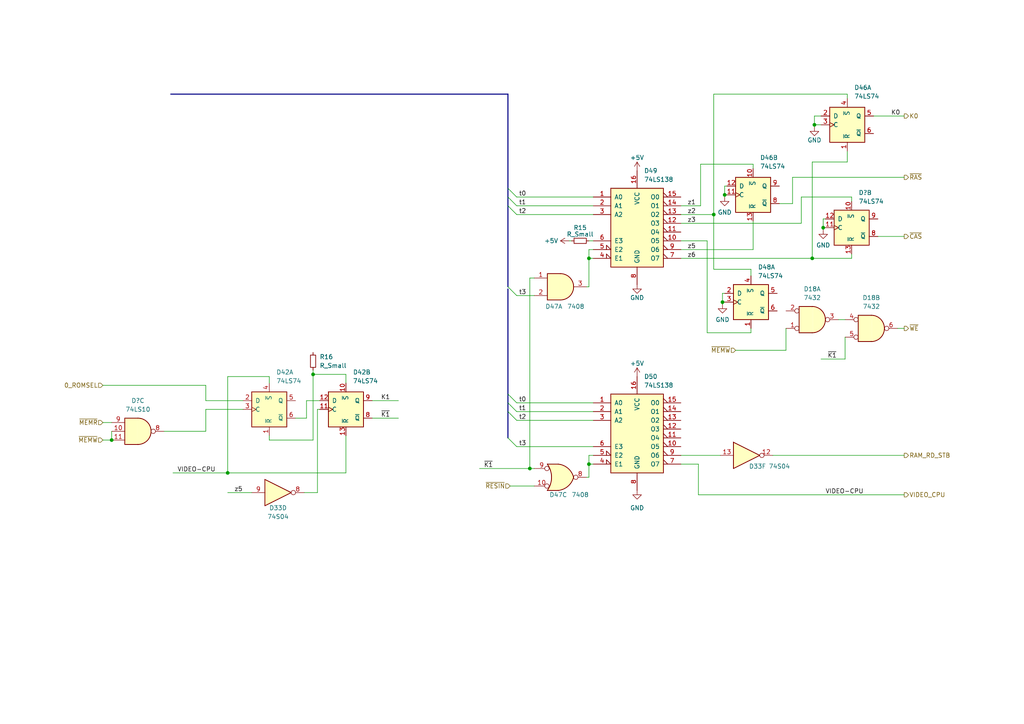
<source format=kicad_sch>
(kicad_sch (version 20211123) (generator eeschema)
  (paper "A4")
  (lib_symbols
    (symbol "74xx:74LS04"
      (property "Reference" "U" (at 0 1.27 0))
      (property "Value" "74LS04" (at 0 -1.27 0))
      (symbol "74LS04_1_0"
        (polyline (pts (xy -3.81 3.81) (xy -3.81 -3.81) (xy 3.81 0) (xy -3.81 3.81)) (stroke (width 0.254)) (fill (type background)))
        (pin input line (at -7.62 0 0) (length 3.81) (name "~") (number "1"))
        (pin output inverted (at 7.62 0 180) (length 3.81) (name "~") (number "2"))
      )
      (symbol "74LS04_2_0"
        (polyline (pts (xy -3.81 3.81) (xy -3.81 -3.81) (xy 3.81 0) (xy -3.81 3.81)) (stroke (width 0.254)) (fill (type background)))
        (pin input line (at -7.62 0 0) (length 3.81) (name "~") (number "3"))
        (pin output inverted (at 7.62 0 180) (length 3.81) (name "~") (number "4"))
      )
      (symbol "74LS04_3_0"
        (polyline (pts (xy -3.81 3.81) (xy -3.81 -3.81) (xy 3.81 0) (xy -3.81 3.81)) (stroke (width 0.254)) (fill (type background)))
        (pin input line (at -7.62 0 0) (length 3.81) (name "~") (number "5"))
        (pin output inverted (at 7.62 0 180) (length 3.81) (name "~") (number "6"))
      )
      (symbol "74LS04_4_0"
        (polyline (pts (xy -3.81 3.81) (xy -3.81 -3.81) (xy 3.81 0) (xy -3.81 3.81)) (stroke (width 0.254)) (fill (type background)))
        (pin output inverted (at 7.62 0 180) (length 3.81) (name "~") (number "8"))
        (pin input line (at -7.62 0 0) (length 3.81) (name "~") (number "9"))
      )
      (symbol "74LS04_5_0"
        (polyline (pts (xy -3.81 3.81) (xy -3.81 -3.81) (xy 3.81 0) (xy -3.81 3.81)) (stroke (width 0.254)) (fill (type background)))
        (pin output inverted (at 7.62 0 180) (length 3.81) (name "~") (number "10"))
        (pin input line (at -7.62 0 0) (length 3.81) (name "~") (number "11"))
      )
      (symbol "74LS04_6_0"
        (polyline (pts (xy -3.81 3.81) (xy -3.81 -3.81) (xy 3.81 0) (xy -3.81 3.81)) (stroke (width 0.254)) (fill (type background)))
        (pin output inverted (at 7.62 0 180) (length 3.81) (name "~") (number "12"))
        (pin input line (at -7.62 0 0) (length 3.81) (name "~") (number "13"))
      )
      (symbol "74LS04_7_0"
        (pin power_in line (at 0 12.7 270) (length 5.08) (name "VCC") (number "14"))
        (pin power_in line (at 0 -12.7 90) (length 5.08) (name "GND") (number "7"))
      )
      (symbol "74LS04_7_1"
        (rectangle (start -5.08 7.62) (end 5.08 -7.62) (stroke (width 0.254)) (fill (type background)))
      )
    )
    (symbol "74xx:74LS08" (pin_names (offset 1.016))
      (property "Reference" "U" (at 0 1.27 0))
      (property "Value" "74LS08" (at 0 -1.27 0))
      (symbol "74LS08_1_1"
        (arc (start 0 -3.81) (mid 3.81 0) (end 0 3.81) (stroke (width 0.254)) (fill (type background)))
        (polyline (pts (xy 0 3.81) (xy -3.81 3.81) (xy -3.81 -3.81) (xy 0 -3.81)) (stroke (width 0.254)) (fill (type background)))
        (pin input line (at -7.62 2.54 0) (length 3.81) (name "~") (number "1"))
        (pin input line (at -7.62 -2.54 0) (length 3.81) (name "~") (number "2"))
        (pin output line (at 7.62 0 180) (length 3.81) (name "~") (number "3"))
      )
      (symbol "74LS08_1_2"
        (arc (start -3.81 -3.81) (mid -2.589 0) (end -3.81 3.81) (stroke (width 0.254)))
        (arc (start -0.6096 -3.81) (mid 2.1842 -2.5851) (end 3.81 0) (stroke (width 0.254)) (fill (type background)))
        (polyline (pts (xy -3.81 -3.81) (xy -0.635 -3.81)) (stroke (width 0.254)) (fill (type background)))
        (polyline (pts (xy -3.81 3.81) (xy -0.635 3.81)) (stroke (width 0.254)) (fill (type background)))
        (polyline (pts (xy -0.635 3.81) (xy -3.81 3.81) (xy -3.81 3.81) (xy -3.556 3.4036) (xy -3.0226 2.2606) (xy -2.6924 1.0414) (xy -2.6162 -0.254) (xy -2.7686 -1.4986) (xy -3.175 -2.7178) (xy -3.81 -3.81) (xy -3.81 -3.81) (xy -0.635 -3.81)) (stroke (width -25.4)) (fill (type background)))
        (arc (start 3.81 0) (mid 2.1915 2.5936) (end -0.6096 3.81) (stroke (width 0.254)) (fill (type background)))
        (pin input inverted (at -7.62 2.54 0) (length 4.318) (name "~") (number "1"))
        (pin input inverted (at -7.62 -2.54 0) (length 4.318) (name "~") (number "2"))
        (pin output inverted (at 7.62 0 180) (length 3.81) (name "~") (number "3"))
      )
      (symbol "74LS08_2_1"
        (arc (start 0 -3.81) (mid 3.81 0) (end 0 3.81) (stroke (width 0.254)) (fill (type background)))
        (polyline (pts (xy 0 3.81) (xy -3.81 3.81) (xy -3.81 -3.81) (xy 0 -3.81)) (stroke (width 0.254)) (fill (type background)))
        (pin input line (at -7.62 2.54 0) (length 3.81) (name "~") (number "4"))
        (pin input line (at -7.62 -2.54 0) (length 3.81) (name "~") (number "5"))
        (pin output line (at 7.62 0 180) (length 3.81) (name "~") (number "6"))
      )
      (symbol "74LS08_2_2"
        (arc (start -3.81 -3.81) (mid -2.589 0) (end -3.81 3.81) (stroke (width 0.254)))
        (arc (start -0.6096 -3.81) (mid 2.1842 -2.5851) (end 3.81 0) (stroke (width 0.254)) (fill (type background)))
        (polyline (pts (xy -3.81 -3.81) (xy -0.635 -3.81)) (stroke (width 0.254)) (fill (type background)))
        (polyline (pts (xy -3.81 3.81) (xy -0.635 3.81)) (stroke (width 0.254)) (fill (type background)))
        (polyline (pts (xy -0.635 3.81) (xy -3.81 3.81) (xy -3.81 3.81) (xy -3.556 3.4036) (xy -3.0226 2.2606) (xy -2.6924 1.0414) (xy -2.6162 -0.254) (xy -2.7686 -1.4986) (xy -3.175 -2.7178) (xy -3.81 -3.81) (xy -3.81 -3.81) (xy -0.635 -3.81)) (stroke (width -25.4)) (fill (type background)))
        (arc (start 3.81 0) (mid 2.1915 2.5936) (end -0.6096 3.81) (stroke (width 0.254)) (fill (type background)))
        (pin input inverted (at -7.62 2.54 0) (length 4.318) (name "~") (number "4"))
        (pin input inverted (at -7.62 -2.54 0) (length 4.318) (name "~") (number "5"))
        (pin output inverted (at 7.62 0 180) (length 3.81) (name "~") (number "6"))
      )
      (symbol "74LS08_3_1"
        (arc (start 0 -3.81) (mid 3.81 0) (end 0 3.81) (stroke (width 0.254)) (fill (type background)))
        (polyline (pts (xy 0 3.81) (xy -3.81 3.81) (xy -3.81 -3.81) (xy 0 -3.81)) (stroke (width 0.254)) (fill (type background)))
        (pin input line (at -7.62 -2.54 0) (length 3.81) (name "~") (number "10"))
        (pin output line (at 7.62 0 180) (length 3.81) (name "~") (number "8"))
        (pin input line (at -7.62 2.54 0) (length 3.81) (name "~") (number "9"))
      )
      (symbol "74LS08_3_2"
        (arc (start -3.81 -3.81) (mid -2.589 0) (end -3.81 3.81) (stroke (width 0.254)))
        (arc (start -0.6096 -3.81) (mid 2.1842 -2.5851) (end 3.81 0) (stroke (width 0.254)) (fill (type background)))
        (polyline (pts (xy -3.81 -3.81) (xy -0.635 -3.81)) (stroke (width 0.254)) (fill (type background)))
        (polyline (pts (xy -3.81 3.81) (xy -0.635 3.81)) (stroke (width 0.254)) (fill (type background)))
        (polyline (pts (xy -0.635 3.81) (xy -3.81 3.81) (xy -3.81 3.81) (xy -3.556 3.4036) (xy -3.0226 2.2606) (xy -2.6924 1.0414) (xy -2.6162 -0.254) (xy -2.7686 -1.4986) (xy -3.175 -2.7178) (xy -3.81 -3.81) (xy -3.81 -3.81) (xy -0.635 -3.81)) (stroke (width -25.4)) (fill (type background)))
        (arc (start 3.81 0) (mid 2.1915 2.5936) (end -0.6096 3.81) (stroke (width 0.254)) (fill (type background)))
        (pin input inverted (at -7.62 -2.54 0) (length 4.318) (name "~") (number "10"))
        (pin output inverted (at 7.62 0 180) (length 3.81) (name "~") (number "8"))
        (pin input inverted (at -7.62 2.54 0) (length 4.318) (name "~") (number "9"))
      )
      (symbol "74LS08_4_1"
        (arc (start 0 -3.81) (mid 3.81 0) (end 0 3.81) (stroke (width 0.254)) (fill (type background)))
        (polyline (pts (xy 0 3.81) (xy -3.81 3.81) (xy -3.81 -3.81) (xy 0 -3.81)) (stroke (width 0.254)) (fill (type background)))
        (pin output line (at 7.62 0 180) (length 3.81) (name "~") (number "11"))
        (pin input line (at -7.62 2.54 0) (length 3.81) (name "~") (number "12"))
        (pin input line (at -7.62 -2.54 0) (length 3.81) (name "~") (number "13"))
      )
      (symbol "74LS08_4_2"
        (arc (start -3.81 -3.81) (mid -2.589 0) (end -3.81 3.81) (stroke (width 0.254)))
        (arc (start -0.6096 -3.81) (mid 2.1842 -2.5851) (end 3.81 0) (stroke (width 0.254)) (fill (type background)))
        (polyline (pts (xy -3.81 -3.81) (xy -0.635 -3.81)) (stroke (width 0.254)) (fill (type background)))
        (polyline (pts (xy -3.81 3.81) (xy -0.635 3.81)) (stroke (width 0.254)) (fill (type background)))
        (polyline (pts (xy -0.635 3.81) (xy -3.81 3.81) (xy -3.81 3.81) (xy -3.556 3.4036) (xy -3.0226 2.2606) (xy -2.6924 1.0414) (xy -2.6162 -0.254) (xy -2.7686 -1.4986) (xy -3.175 -2.7178) (xy -3.81 -3.81) (xy -3.81 -3.81) (xy -0.635 -3.81)) (stroke (width -25.4)) (fill (type background)))
        (arc (start 3.81 0) (mid 2.1915 2.5936) (end -0.6096 3.81) (stroke (width 0.254)) (fill (type background)))
        (pin output inverted (at 7.62 0 180) (length 3.81) (name "~") (number "11"))
        (pin input inverted (at -7.62 2.54 0) (length 4.318) (name "~") (number "12"))
        (pin input inverted (at -7.62 -2.54 0) (length 4.318) (name "~") (number "13"))
      )
      (symbol "74LS08_5_0"
        (pin power_in line (at 0 12.7 270) (length 5.08) (name "VCC") (number "14"))
        (pin power_in line (at 0 -12.7 90) (length 5.08) (name "GND") (number "7"))
      )
      (symbol "74LS08_5_1"
        (rectangle (start -5.08 7.62) (end 5.08 -7.62) (stroke (width 0.254)) (fill (type background)))
      )
    )
    (symbol "74xx:74LS10" (pin_names (offset 1.016))
      (property "Reference" "U" (at 0 1.27 0))
      (property "Value" "74LS10" (at 0 -1.27 0))
      (symbol "74LS10_1_1"
        (arc (start 0 -3.81) (mid 3.81 0) (end 0 3.81) (stroke (width 0.254)) (fill (type background)))
        (polyline (pts (xy 0 3.81) (xy -3.81 3.81) (xy -3.81 -3.81) (xy 0 -3.81)) (stroke (width 0.254)) (fill (type background)))
        (pin input line (at -7.62 2.54 0) (length 3.81) (name "~") (number "1"))
        (pin output inverted (at 7.62 0 180) (length 3.81) (name "~") (number "12"))
        (pin input line (at -7.62 -2.54 0) (length 3.81) (name "~") (number "13"))
        (pin input line (at -7.62 0 0) (length 3.81) (name "~") (number "2"))
      )
      (symbol "74LS10_1_2"
        (arc (start -3.81 -3.81) (mid -2.589 0) (end -3.81 3.81) (stroke (width 0.254)))
        (arc (start -0.6096 -3.81) (mid 2.1842 -2.5851) (end 3.81 0) (stroke (width 0.254)) (fill (type background)))
        (polyline (pts (xy -3.81 -3.81) (xy -0.635 -3.81)) (stroke (width 0.254)) (fill (type background)))
        (polyline (pts (xy -3.81 3.81) (xy -0.635 3.81)) (stroke (width 0.254)) (fill (type background)))
        (polyline (pts (xy -0.635 3.81) (xy -3.81 3.81) (xy -3.81 3.81) (xy -3.556 3.4036) (xy -3.0226 2.2606) (xy -2.6924 1.0414) (xy -2.6162 -0.254) (xy -2.7686 -1.4986) (xy -3.175 -2.7178) (xy -3.81 -3.81) (xy -3.81 -3.81) (xy -0.635 -3.81)) (stroke (width -25.4)) (fill (type background)))
        (arc (start 3.81 0) (mid 2.1915 2.5936) (end -0.6096 3.81) (stroke (width 0.254)) (fill (type background)))
        (pin input inverted (at -7.62 2.54 0) (length 4.318) (name "~") (number "1"))
        (pin output line (at 7.62 0 180) (length 3.81) (name "~") (number "12"))
        (pin input inverted (at -7.62 -2.54 0) (length 4.318) (name "~") (number "13"))
        (pin input inverted (at -7.62 0 0) (length 4.953) (name "~") (number "2"))
      )
      (symbol "74LS10_2_1"
        (arc (start 0 -3.81) (mid 3.81 0) (end 0 3.81) (stroke (width 0.254)) (fill (type background)))
        (polyline (pts (xy 0 3.81) (xy -3.81 3.81) (xy -3.81 -3.81) (xy 0 -3.81)) (stroke (width 0.254)) (fill (type background)))
        (pin input line (at -7.62 2.54 0) (length 3.81) (name "~") (number "3"))
        (pin input line (at -7.62 0 0) (length 3.81) (name "~") (number "4"))
        (pin input line (at -7.62 -2.54 0) (length 3.81) (name "~") (number "5"))
        (pin output inverted (at 7.62 0 180) (length 3.81) (name "~") (number "6"))
      )
      (symbol "74LS10_2_2"
        (arc (start -3.81 -3.81) (mid -2.589 0) (end -3.81 3.81) (stroke (width 0.254)))
        (arc (start -0.6096 -3.81) (mid 2.1842 -2.5851) (end 3.81 0) (stroke (width 0.254)) (fill (type background)))
        (polyline (pts (xy -3.81 -3.81) (xy -0.635 -3.81)) (stroke (width 0.254)) (fill (type background)))
        (polyline (pts (xy -3.81 3.81) (xy -0.635 3.81)) (stroke (width 0.254)) (fill (type background)))
        (polyline (pts (xy -0.635 3.81) (xy -3.81 3.81) (xy -3.81 3.81) (xy -3.556 3.4036) (xy -3.0226 2.2606) (xy -2.6924 1.0414) (xy -2.6162 -0.254) (xy -2.7686 -1.4986) (xy -3.175 -2.7178) (xy -3.81 -3.81) (xy -3.81 -3.81) (xy -0.635 -3.81)) (stroke (width -25.4)) (fill (type background)))
        (arc (start 3.81 0) (mid 2.1915 2.5936) (end -0.6096 3.81) (stroke (width 0.254)) (fill (type background)))
        (pin input inverted (at -7.62 2.54 0) (length 4.318) (name "~") (number "3"))
        (pin input inverted (at -7.62 0 0) (length 4.953) (name "~") (number "4"))
        (pin input inverted (at -7.62 -2.54 0) (length 4.318) (name "~") (number "5"))
        (pin output line (at 7.62 0 180) (length 3.81) (name "~") (number "6"))
      )
      (symbol "74LS10_3_1"
        (arc (start 0 -3.81) (mid 3.81 0) (end 0 3.81) (stroke (width 0.254)) (fill (type background)))
        (polyline (pts (xy 0 3.81) (xy -3.81 3.81) (xy -3.81 -3.81) (xy 0 -3.81)) (stroke (width 0.254)) (fill (type background)))
        (pin input line (at -7.62 0 0) (length 3.81) (name "~") (number "10"))
        (pin input line (at -7.62 -2.54 0) (length 3.81) (name "~") (number "11"))
        (pin output inverted (at 7.62 0 180) (length 3.81) (name "~") (number "8"))
        (pin input line (at -7.62 2.54 0) (length 3.81) (name "~") (number "9"))
      )
      (symbol "74LS10_3_2"
        (arc (start -3.81 -3.81) (mid -2.589 0) (end -3.81 3.81) (stroke (width 0.254)))
        (arc (start -0.6096 -3.81) (mid 2.1842 -2.5851) (end 3.81 0) (stroke (width 0.254)) (fill (type background)))
        (polyline (pts (xy -3.81 -3.81) (xy -0.635 -3.81)) (stroke (width 0.254)) (fill (type background)))
        (polyline (pts (xy -3.81 3.81) (xy -0.635 3.81)) (stroke (width 0.254)) (fill (type background)))
        (polyline (pts (xy -0.635 3.81) (xy -3.81 3.81) (xy -3.81 3.81) (xy -3.556 3.4036) (xy -3.0226 2.2606) (xy -2.6924 1.0414) (xy -2.6162 -0.254) (xy -2.7686 -1.4986) (xy -3.175 -2.7178) (xy -3.81 -3.81) (xy -3.81 -3.81) (xy -0.635 -3.81)) (stroke (width -25.4)) (fill (type background)))
        (arc (start 3.81 0) (mid 2.1915 2.5936) (end -0.6096 3.81) (stroke (width 0.254)) (fill (type background)))
        (pin input inverted (at -7.62 0 0) (length 4.953) (name "~") (number "10"))
        (pin input inverted (at -7.62 -2.54 0) (length 4.318) (name "~") (number "11"))
        (pin output line (at 7.62 0 180) (length 3.81) (name "~") (number "8"))
        (pin input inverted (at -7.62 2.54 0) (length 4.318) (name "~") (number "9"))
      )
      (symbol "74LS10_4_0"
        (pin power_in line (at 0 12.7 270) (length 5.08) (name "VCC") (number "14"))
        (pin power_in line (at 0 -12.7 90) (length 5.08) (name "GND") (number "7"))
      )
      (symbol "74LS10_4_1"
        (rectangle (start -5.08 7.62) (end 5.08 -7.62) (stroke (width 0.254)) (fill (type background)))
      )
    )
    (symbol "74xx:74LS138" (pin_names (offset 1.016))
      (property "Reference" "U" (at -7.62 11.43 0))
      (property "Value" "74LS138" (at -7.62 -13.97 0))
      (symbol "74LS138_1_0"
        (pin input line (at -12.7 7.62 0) (length 5.08) (name "A0") (number "1"))
        (pin output output_low (at 12.7 -5.08 180) (length 5.08) (name "O5") (number "10"))
        (pin output output_low (at 12.7 -2.54 180) (length 5.08) (name "O4") (number "11"))
        (pin output output_low (at 12.7 0 180) (length 5.08) (name "O3") (number "12"))
        (pin output output_low (at 12.7 2.54 180) (length 5.08) (name "O2") (number "13"))
        (pin output output_low (at 12.7 5.08 180) (length 5.08) (name "O1") (number "14"))
        (pin output output_low (at 12.7 7.62 180) (length 5.08) (name "O0") (number "15"))
        (pin power_in line (at 0 15.24 270) (length 5.08) (name "VCC") (number "16"))
        (pin input line (at -12.7 5.08 0) (length 5.08) (name "A1") (number "2"))
        (pin input line (at -12.7 2.54 0) (length 5.08) (name "A2") (number "3"))
        (pin input input_low (at -12.7 -10.16 0) (length 5.08) (name "E1") (number "4"))
        (pin input input_low (at -12.7 -7.62 0) (length 5.08) (name "E2") (number "5"))
        (pin input line (at -12.7 -5.08 0) (length 5.08) (name "E3") (number "6"))
        (pin output output_low (at 12.7 -10.16 180) (length 5.08) (name "O7") (number "7"))
        (pin power_in line (at 0 -17.78 90) (length 5.08) (name "GND") (number "8"))
        (pin output output_low (at 12.7 -7.62 180) (length 5.08) (name "O6") (number "9"))
      )
      (symbol "74LS138_1_1"
        (rectangle (start -7.62 10.16) (end 7.62 -12.7) (stroke (width 0.254)) (fill (type background)))
      )
    )
    (symbol "74xx:74LS32" (pin_names (offset 1.016))
      (property "Reference" "U" (at 0 1.27 0))
      (property "Value" "74LS32" (at 0 -1.27 0))
      (symbol "74LS32_1_1"
        (arc (start -3.81 -3.81) (mid -2.589 0) (end -3.81 3.81) (stroke (width 0.254)))
        (arc (start -0.6096 -3.81) (mid 2.1842 -2.5851) (end 3.81 0) (stroke (width 0.254)) (fill (type background)))
        (polyline (pts (xy -3.81 -3.81) (xy -0.635 -3.81)) (stroke (width 0.254)) (fill (type background)))
        (polyline (pts (xy -3.81 3.81) (xy -0.635 3.81)) (stroke (width 0.254)) (fill (type background)))
        (polyline (pts (xy -0.635 3.81) (xy -3.81 3.81) (xy -3.81 3.81) (xy -3.556 3.4036) (xy -3.0226 2.2606) (xy -2.6924 1.0414) (xy -2.6162 -0.254) (xy -2.7686 -1.4986) (xy -3.175 -2.7178) (xy -3.81 -3.81) (xy -3.81 -3.81) (xy -0.635 -3.81)) (stroke (width -25.4)) (fill (type background)))
        (arc (start 3.81 0) (mid 2.1915 2.5936) (end -0.6096 3.81) (stroke (width 0.254)) (fill (type background)))
        (pin input line (at -7.62 2.54 0) (length 4.318) (name "~") (number "1"))
        (pin input line (at -7.62 -2.54 0) (length 4.318) (name "~") (number "2"))
        (pin output line (at 7.62 0 180) (length 3.81) (name "~") (number "3"))
      )
      (symbol "74LS32_1_2"
        (arc (start 0 -3.81) (mid 3.81 0) (end 0 3.81) (stroke (width 0.254)) (fill (type background)))
        (polyline (pts (xy 0 3.81) (xy -3.81 3.81) (xy -3.81 -3.81) (xy 0 -3.81)) (stroke (width 0.254)) (fill (type background)))
        (pin input inverted (at -7.62 2.54 0) (length 3.81) (name "~") (number "1"))
        (pin input inverted (at -7.62 -2.54 0) (length 3.81) (name "~") (number "2"))
        (pin output inverted (at 7.62 0 180) (length 3.81) (name "~") (number "3"))
      )
      (symbol "74LS32_2_1"
        (arc (start -3.81 -3.81) (mid -2.589 0) (end -3.81 3.81) (stroke (width 0.254)))
        (arc (start -0.6096 -3.81) (mid 2.1842 -2.5851) (end 3.81 0) (stroke (width 0.254)) (fill (type background)))
        (polyline (pts (xy -3.81 -3.81) (xy -0.635 -3.81)) (stroke (width 0.254)) (fill (type background)))
        (polyline (pts (xy -3.81 3.81) (xy -0.635 3.81)) (stroke (width 0.254)) (fill (type background)))
        (polyline (pts (xy -0.635 3.81) (xy -3.81 3.81) (xy -3.81 3.81) (xy -3.556 3.4036) (xy -3.0226 2.2606) (xy -2.6924 1.0414) (xy -2.6162 -0.254) (xy -2.7686 -1.4986) (xy -3.175 -2.7178) (xy -3.81 -3.81) (xy -3.81 -3.81) (xy -0.635 -3.81)) (stroke (width -25.4)) (fill (type background)))
        (arc (start 3.81 0) (mid 2.1915 2.5936) (end -0.6096 3.81) (stroke (width 0.254)) (fill (type background)))
        (pin input line (at -7.62 2.54 0) (length 4.318) (name "~") (number "4"))
        (pin input line (at -7.62 -2.54 0) (length 4.318) (name "~") (number "5"))
        (pin output line (at 7.62 0 180) (length 3.81) (name "~") (number "6"))
      )
      (symbol "74LS32_2_2"
        (arc (start 0 -3.81) (mid 3.81 0) (end 0 3.81) (stroke (width 0.254)) (fill (type background)))
        (polyline (pts (xy 0 3.81) (xy -3.81 3.81) (xy -3.81 -3.81) (xy 0 -3.81)) (stroke (width 0.254)) (fill (type background)))
        (pin input inverted (at -7.62 2.54 0) (length 3.81) (name "~") (number "4"))
        (pin input inverted (at -7.62 -2.54 0) (length 3.81) (name "~") (number "5"))
        (pin output inverted (at 7.62 0 180) (length 3.81) (name "~") (number "6"))
      )
      (symbol "74LS32_3_1"
        (arc (start -3.81 -3.81) (mid -2.589 0) (end -3.81 3.81) (stroke (width 0.254)))
        (arc (start -0.6096 -3.81) (mid 2.1842 -2.5851) (end 3.81 0) (stroke (width 0.254)) (fill (type background)))
        (polyline (pts (xy -3.81 -3.81) (xy -0.635 -3.81)) (stroke (width 0.254)) (fill (type background)))
        (polyline (pts (xy -3.81 3.81) (xy -0.635 3.81)) (stroke (width 0.254)) (fill (type background)))
        (polyline (pts (xy -0.635 3.81) (xy -3.81 3.81) (xy -3.81 3.81) (xy -3.556 3.4036) (xy -3.0226 2.2606) (xy -2.6924 1.0414) (xy -2.6162 -0.254) (xy -2.7686 -1.4986) (xy -3.175 -2.7178) (xy -3.81 -3.81) (xy -3.81 -3.81) (xy -0.635 -3.81)) (stroke (width -25.4)) (fill (type background)))
        (arc (start 3.81 0) (mid 2.1915 2.5936) (end -0.6096 3.81) (stroke (width 0.254)) (fill (type background)))
        (pin input line (at -7.62 -2.54 0) (length 4.318) (name "~") (number "10"))
        (pin output line (at 7.62 0 180) (length 3.81) (name "~") (number "8"))
        (pin input line (at -7.62 2.54 0) (length 4.318) (name "~") (number "9"))
      )
      (symbol "74LS32_3_2"
        (arc (start 0 -3.81) (mid 3.81 0) (end 0 3.81) (stroke (width 0.254)) (fill (type background)))
        (polyline (pts (xy 0 3.81) (xy -3.81 3.81) (xy -3.81 -3.81) (xy 0 -3.81)) (stroke (width 0.254)) (fill (type background)))
        (pin input inverted (at -7.62 -2.54 0) (length 3.81) (name "~") (number "10"))
        (pin output inverted (at 7.62 0 180) (length 3.81) (name "~") (number "8"))
        (pin input inverted (at -7.62 2.54 0) (length 3.81) (name "~") (number "9"))
      )
      (symbol "74LS32_4_1"
        (arc (start -3.81 -3.81) (mid -2.589 0) (end -3.81 3.81) (stroke (width 0.254)))
        (arc (start -0.6096 -3.81) (mid 2.1842 -2.5851) (end 3.81 0) (stroke (width 0.254)) (fill (type background)))
        (polyline (pts (xy -3.81 -3.81) (xy -0.635 -3.81)) (stroke (width 0.254)) (fill (type background)))
        (polyline (pts (xy -3.81 3.81) (xy -0.635 3.81)) (stroke (width 0.254)) (fill (type background)))
        (polyline (pts (xy -0.635 3.81) (xy -3.81 3.81) (xy -3.81 3.81) (xy -3.556 3.4036) (xy -3.0226 2.2606) (xy -2.6924 1.0414) (xy -2.6162 -0.254) (xy -2.7686 -1.4986) (xy -3.175 -2.7178) (xy -3.81 -3.81) (xy -3.81 -3.81) (xy -0.635 -3.81)) (stroke (width -25.4)) (fill (type background)))
        (arc (start 3.81 0) (mid 2.1915 2.5936) (end -0.6096 3.81) (stroke (width 0.254)) (fill (type background)))
        (pin output line (at 7.62 0 180) (length 3.81) (name "~") (number "11"))
        (pin input line (at -7.62 2.54 0) (length 4.318) (name "~") (number "12"))
        (pin input line (at -7.62 -2.54 0) (length 4.318) (name "~") (number "13"))
      )
      (symbol "74LS32_4_2"
        (arc (start 0 -3.81) (mid 3.81 0) (end 0 3.81) (stroke (width 0.254)) (fill (type background)))
        (polyline (pts (xy 0 3.81) (xy -3.81 3.81) (xy -3.81 -3.81) (xy 0 -3.81)) (stroke (width 0.254)) (fill (type background)))
        (pin output inverted (at 7.62 0 180) (length 3.81) (name "~") (number "11"))
        (pin input inverted (at -7.62 2.54 0) (length 3.81) (name "~") (number "12"))
        (pin input inverted (at -7.62 -2.54 0) (length 3.81) (name "~") (number "13"))
      )
      (symbol "74LS32_5_0"
        (pin power_in line (at 0 12.7 270) (length 5.08) (name "VCC") (number "14"))
        (pin power_in line (at 0 -12.7 90) (length 5.08) (name "GND") (number "7"))
      )
      (symbol "74LS32_5_1"
        (rectangle (start -5.08 7.62) (end 5.08 -7.62) (stroke (width 0.254)) (fill (type background)))
      )
    )
    (symbol "74xx:74LS74" (pin_names (offset 1.016))
      (property "Reference" "U" (at -7.62 8.89 0))
      (property "Value" "74LS74" (at -7.62 -8.89 0))
      (symbol "74LS74_1_0"
        (pin input line (at 0 -7.62 90) (length 2.54) (name "~{R}") (number "1"))
        (pin input line (at -7.62 2.54 0) (length 2.54) (name "D") (number "2"))
        (pin input clock (at -7.62 0 0) (length 2.54) (name "C") (number "3"))
        (pin input line (at 0 7.62 270) (length 2.54) (name "~{S}") (number "4"))
        (pin output line (at 7.62 2.54 180) (length 2.54) (name "Q") (number "5"))
        (pin output line (at 7.62 -2.54 180) (length 2.54) (name "~{Q}") (number "6"))
      )
      (symbol "74LS74_1_1"
        (rectangle (start -5.08 5.08) (end 5.08 -5.08) (stroke (width 0.254)) (fill (type background)))
      )
      (symbol "74LS74_2_0"
        (pin input line (at 0 7.62 270) (length 2.54) (name "~{S}") (number "10"))
        (pin input clock (at -7.62 0 0) (length 2.54) (name "C") (number "11"))
        (pin input line (at -7.62 2.54 0) (length 2.54) (name "D") (number "12"))
        (pin input line (at 0 -7.62 90) (length 2.54) (name "~{R}") (number "13"))
        (pin output line (at 7.62 -2.54 180) (length 2.54) (name "~{Q}") (number "8"))
        (pin output line (at 7.62 2.54 180) (length 2.54) (name "Q") (number "9"))
      )
      (symbol "74LS74_2_1"
        (rectangle (start -5.08 5.08) (end 5.08 -5.08) (stroke (width 0.254)) (fill (type background)))
      )
      (symbol "74LS74_3_0"
        (pin power_in line (at 0 10.16 270) (length 2.54) (name "VCC") (number "14"))
        (pin power_in line (at 0 -10.16 90) (length 2.54) (name "GND") (number "7"))
      )
      (symbol "74LS74_3_1"
        (rectangle (start -5.08 7.62) (end 5.08 -7.62) (stroke (width 0.254)) (fill (type background)))
      )
    )
    (symbol "Device:R_Small" (pin_numbers hide) (pin_names (offset 0.254) hide)
      (property "Reference" "R" (at 0.762 0.508 0))
      (property "Value" "R_Small" (at 0.762 -1.016 0))
      (symbol "R_Small_0_1"
        (rectangle (start -0.762 1.778) (end 0.762 -1.778) (stroke (width 0.2032)))
      )
      (symbol "R_Small_1_1"
        (pin passive line (at 0 2.54 270) (length 0.762) (name "~") (number "1"))
        (pin passive line (at 0 -2.54 90) (length 0.762) (name "~") (number "2"))
      )
    )
    (symbol "power:+5V" (power) (pin_names (offset 0))
      (property "Value" "+5V" (at 0 3.556 0))
      (symbol "+5V_0_1"
        (polyline (pts (xy -0.762 1.27) (xy 0 2.54)))
        (polyline (pts (xy 0 0) (xy 0 2.54)))
        (polyline (pts (xy 0 2.54) (xy 0.762 1.27)))
      )
      (symbol "+5V_1_1"
        (pin power_in line (at 0 0 90) (length 0) hide (name "+5V") (number "1"))
      )
    )
    (symbol "power:GND" (power) (pin_names (offset 0))
      (property "Value" "GND" (at 0 -3.81 0))
      (symbol "GND_0_1"
        (polyline (pts (xy 0 0) (xy 0 -1.27) (xy 1.27 -1.27) (xy 0 -2.54) (xy -1.27 -1.27) (xy 0 -1.27)))
      )
      (symbol "GND_1_1"
        (pin power_in line (at 0 0 270) (length 0) hide (name "GND") (number "1"))
      )
    )
  )
  (junction (at 170.815 74.93))
  (junction (at 153.67 135.89))
  (junction (at 170.815 134.62))
  (junction (at 210.185 56.515))
  (junction (at 236.22 36.195))
  (junction (at 238.76 66.04))
  (junction (at 32.385 127.635))
  (junction (at 235.585 74.93))
  (junction (at 90.805 108.585))
  (junction (at 209.55 87.63))
  (junction (at 207.01 62.23))
  (junction (at 66.04 137.16))
  (bus_entry (at 147.32 127) (size 2.54 2.54))
  (bus_entry (at 147.32 83.185) (size 2.54 2.54))
  (bus_entry (at 147.32 57.15) (size 2.54 2.54))
  (bus_entry (at 147.32 114.3) (size 2.54 2.54))
  (bus_entry (at 147.32 119.38) (size 2.54 2.54))
  (bus_entry (at 147.32 116.84) (size 2.54 2.54))
  (bus_entry (at 147.32 59.69) (size 2.54 2.54))
  (bus_entry (at 147.32 54.61) (size 2.54 2.54))
  (wire (pts (xy 170.815 134.62) (xy 172.085 134.62)))
  (wire (pts (xy 153.67 80.645) (xy 153.67 135.89)))
  (wire (pts (xy 92.075 118.745) (xy 92.71 118.745)))
  (wire (pts (xy 170.815 83.185) (xy 170.18 83.185)))
  (wire (pts (xy 202.565 143.51) (xy 202.565 134.62)))
  (wire (pts (xy 149.86 119.38) (xy 172.085 119.38)))
  (wire (pts (xy 236.22 36.195) (xy 236.22 33.655)))
  (wire (pts (xy 197.485 64.77) (xy 232.41 64.77)))
  (wire (pts (xy 197.485 132.08) (xy 208.915 132.08)))
  (wire (pts (xy 149.86 121.92) (xy 172.085 121.92)))
  (wire (pts (xy 224.155 132.08) (xy 262.255 132.08)))
  (wire (pts (xy 170.815 134.62) (xy 170.815 138.43)))
  (wire (pts (xy 232.41 64.77) (xy 232.41 57.15)))
  (wire (pts (xy 66.04 109.22) (xy 66.04 137.16)))
  (wire (pts (xy 210.185 56.515) (xy 210.185 57.15)))
  (wire (pts (xy 218.44 72.39) (xy 218.44 64.135)))
  (bus (pts (xy 147.32 54.61) (xy 147.32 27.305)))
  (wire (pts (xy 238.76 63.5) (xy 238.76 66.04)))
  (wire (pts (xy 90.805 108.585) (xy 90.805 127.635)))
  (wire (pts (xy 254.635 68.58) (xy 262.255 68.58)))
  (wire (pts (xy 243.205 92.71) (xy 245.11 92.71)))
  (bus (pts (xy 147.32 116.84) (xy 147.32 119.38)))
  (wire (pts (xy 238.125 104.14) (xy 245.11 104.14)))
  (wire (pts (xy 100.33 126.365) (xy 100.33 137.16)))
  (wire (pts (xy 210.185 56.515) (xy 210.82 56.515)))
  (wire (pts (xy 203.2 59.69) (xy 203.2 47.625)))
  (bus (pts (xy 147.32 59.69) (xy 147.32 57.15)))
  (wire (pts (xy 170.815 74.93) (xy 170.815 83.185)))
  (wire (pts (xy 235.585 74.93) (xy 235.585 46.99)))
  (wire (pts (xy 236.22 33.655) (xy 238.125 33.655)))
  (bus (pts (xy 147.32 119.38) (xy 147.32 127)))
  (wire (pts (xy 207.01 78.105) (xy 217.805 78.105)))
  (wire (pts (xy 207.01 62.23) (xy 207.01 27.305)))
  (wire (pts (xy 217.805 96.52) (xy 217.805 95.25)))
  (wire (pts (xy 90.805 127.635) (xy 78.105 127.635)))
  (wire (pts (xy 209.55 87.63) (xy 209.55 88.265)))
  (wire (pts (xy 170.815 132.08) (xy 170.815 134.62)))
  (wire (pts (xy 247.015 57.15) (xy 247.015 58.42)))
  (wire (pts (xy 92.075 142.875) (xy 92.075 118.745)))
  (wire (pts (xy 153.67 135.89) (xy 154.94 135.89)))
  (wire (pts (xy 29.845 122.555) (xy 32.385 122.555)))
  (wire (pts (xy 235.585 46.99) (xy 245.745 46.99)))
  (wire (pts (xy 90.805 108.585) (xy 90.805 107.315)))
  (wire (pts (xy 202.565 143.51) (xy 262.255 143.51)))
  (wire (pts (xy 149.86 62.23) (xy 172.085 62.23)))
  (wire (pts (xy 238.125 36.195) (xy 236.22 36.195)))
  (wire (pts (xy 236.22 36.195) (xy 236.22 36.83)))
  (wire (pts (xy 197.485 62.23) (xy 207.01 62.23)))
  (wire (pts (xy 205.105 69.85) (xy 205.105 96.52)))
  (wire (pts (xy 210.82 53.975) (xy 210.185 53.975)))
  (wire (pts (xy 213.36 101.6) (xy 227.965 101.6)))
  (wire (pts (xy 66.04 142.875) (xy 73.025 142.875)))
  (wire (pts (xy 107.95 121.285) (xy 115.57 121.285)))
  (wire (pts (xy 217.805 78.105) (xy 217.805 80.01)))
  (wire (pts (xy 88.9 116.205) (xy 92.71 116.205)))
  (wire (pts (xy 29.845 127.635) (xy 32.385 127.635)))
  (wire (pts (xy 59.69 118.745) (xy 70.485 118.745)))
  (wire (pts (xy 210.185 53.975) (xy 210.185 56.515)))
  (bus (pts (xy 147.32 57.15) (xy 147.32 54.61)))
  (wire (pts (xy 59.69 111.76) (xy 29.845 111.76)))
  (wire (pts (xy 78.105 127.635) (xy 78.105 126.365)))
  (wire (pts (xy 247.015 74.93) (xy 247.015 73.66)))
  (wire (pts (xy 207.01 62.23) (xy 207.01 78.105)))
  (wire (pts (xy 59.69 125.095) (xy 59.69 118.745)))
  (wire (pts (xy 170.815 69.85) (xy 172.085 69.85)))
  (wire (pts (xy 170.815 72.39) (xy 170.815 74.93)))
  (wire (pts (xy 229.87 59.055) (xy 229.87 51.435)))
  (wire (pts (xy 149.86 116.84) (xy 172.085 116.84)))
  (wire (pts (xy 100.33 111.125) (xy 100.33 108.585)))
  (wire (pts (xy 88.265 142.875) (xy 92.075 142.875)))
  (wire (pts (xy 226.06 59.055) (xy 229.87 59.055)))
  (wire (pts (xy 207.01 27.305) (xy 245.745 27.305)))
  (wire (pts (xy 149.86 59.69) (xy 172.085 59.69)))
  (wire (pts (xy 149.86 129.54) (xy 172.085 129.54)))
  (wire (pts (xy 205.105 96.52) (xy 217.805 96.52)))
  (wire (pts (xy 245.745 27.305) (xy 245.745 28.575)))
  (bus (pts (xy 147.32 83.185) (xy 147.32 59.69)))
  (bus (pts (xy 147.32 114.3) (xy 147.32 116.84)))
  (wire (pts (xy 209.55 85.09) (xy 209.55 87.63)))
  (wire (pts (xy 66.04 137.16) (xy 100.33 137.16)))
  (wire (pts (xy 227.965 95.25) (xy 227.965 101.6)))
  (wire (pts (xy 170.18 138.43) (xy 170.815 138.43)))
  (wire (pts (xy 172.085 132.08) (xy 170.815 132.08)))
  (wire (pts (xy 260.35 95.25) (xy 262.255 95.25)))
  (wire (pts (xy 154.94 80.645) (xy 153.67 80.645)))
  (wire (pts (xy 238.76 66.04) (xy 238.76 66.675)))
  (wire (pts (xy 147.955 140.97) (xy 154.94 140.97)))
  (wire (pts (xy 197.485 72.39) (xy 218.44 72.39)))
  (wire (pts (xy 245.745 46.99) (xy 245.745 43.815)))
  (wire (pts (xy 197.485 74.93) (xy 235.585 74.93)))
  (wire (pts (xy 229.87 51.435) (xy 262.255 51.435)))
  (wire (pts (xy 209.55 87.63) (xy 210.185 87.63)))
  (bus (pts (xy 49.53 27.305) (xy 147.32 27.305)))
  (wire (pts (xy 197.485 69.85) (xy 205.105 69.85)))
  (wire (pts (xy 107.95 116.205) (xy 115.57 116.205)))
  (wire (pts (xy 239.395 63.5) (xy 238.76 63.5)))
  (wire (pts (xy 172.085 72.39) (xy 170.815 72.39)))
  (wire (pts (xy 47.625 125.095) (xy 59.69 125.095)))
  (wire (pts (xy 170.815 74.93) (xy 172.085 74.93)))
  (wire (pts (xy 235.585 74.93) (xy 247.015 74.93)))
  (wire (pts (xy 232.41 57.15) (xy 247.015 57.15)))
  (wire (pts (xy 218.44 47.625) (xy 218.44 48.895)))
  (wire (pts (xy 85.725 121.285) (xy 88.9 121.285)))
  (wire (pts (xy 59.69 116.205) (xy 70.485 116.205)))
  (wire (pts (xy 139.065 135.89) (xy 153.67 135.89)))
  (wire (pts (xy 210.185 85.09) (xy 209.55 85.09)))
  (wire (pts (xy 149.86 57.15) (xy 172.085 57.15)))
  (wire (pts (xy 88.9 121.285) (xy 88.9 116.205)))
  (wire (pts (xy 202.565 134.62) (xy 197.485 134.62)))
  (wire (pts (xy 238.76 66.04) (xy 239.395 66.04)))
  (wire (pts (xy 165.1 69.85) (xy 165.735 69.85)))
  (wire (pts (xy 245.11 97.79) (xy 245.11 104.14)))
  (wire (pts (xy 149.86 85.725) (xy 154.94 85.725)))
  (wire (pts (xy 100.33 108.585) (xy 90.805 108.585)))
  (wire (pts (xy 253.365 33.655) (xy 262.255 33.655)))
  (wire (pts (xy 50.165 137.16) (xy 66.04 137.16)))
  (wire (pts (xy 59.69 116.205) (xy 59.69 111.76)))
  (wire (pts (xy 32.385 125.095) (xy 32.385 127.635)))
  (wire (pts (xy 197.485 59.69) (xy 203.2 59.69)))
  (wire (pts (xy 78.105 111.125) (xy 78.105 109.22)))
  (wire (pts (xy 78.105 109.22) (xy 66.04 109.22)))
  (bus (pts (xy 147.32 83.82) (xy 147.32 114.3)))
  (wire (pts (xy 203.2 47.625) (xy 218.44 47.625)))
  (label "VIDEO-CPU" (at 51.435 137.16 0))
  (label "z5" (at 67.945 142.875 0))
  (label "z1" (at 199.39 59.69 0))
  (label "t3" (at 150.495 129.54 0))
  (label "K0" (at 258.445 33.655 0))
  (label "t0" (at 150.495 116.84 0))
  (label "~{K1}" (at 240.03 104.14 0))
  (label "t2" (at 150.495 121.92 0))
  (label "z2" (at 199.39 62.23 0))
  (label "z5" (at 199.39 72.39 0))
  (label "~{K1}" (at 110.49 121.285 0))
  (label "t1" (at 150.495 119.38 0))
  (label "z6" (at 199.39 74.93 0))
  (label "VIDEO-CPU" (at 239.395 143.51 0))
  (label "t0" (at 150.495 57.15 0))
  (label "~{K1}" (at 140.335 135.89 0))
  (label "t3" (at 150.495 85.725 0))
  (label "t2" (at 150.495 62.23 0))
  (label "K1" (at 110.49 116.205 0))
  (label "t1" (at 150.495 59.69 0))
  (label "z3" (at 199.39 64.77 0))
  (hierarchical_label "~{MEMR}" (shape input) (at 29.845 122.555 180))
  (hierarchical_label "RAM_RD_STB" (shape output) (at 262.255 132.08 0))
  (hierarchical_label "~{RAS}" (shape output) (at 262.255 51.435 0))
  (hierarchical_label "~{MEMW}" (shape input) (at 29.845 127.635 180))
  (hierarchical_label "K0" (shape output) (at 262.255 33.655 0))
  (hierarchical_label "~{MEMW}" (shape input) (at 213.36 101.6 180))
  (hierarchical_label "0_ROMSEL" (shape input) (at 29.845 111.76 180))
  (hierarchical_label "VIDEO_CPU" (shape output) (at 262.255 143.51 0))
  (hierarchical_label "~{RESIN}" (shape input) (at 147.955 140.97 180))
  (hierarchical_label "~{CAS}" (shape output) (at 262.255 68.58 0))
  (hierarchical_label "~{WE}" (shape output) (at 262.255 95.25 0))
  (symbol (lib_id "74xx:74LS10") (at 40.005 125.095 0) (unit 3)
    (property "Reference" "D?" (at 40.005 116.205 0))
    (property "Value" "74LS10" (at 40.005 118.745 0))
    (property "Datasheet" "http://www.ti.com/lit/gpn/sn74LS10" (effects hide))
  )
  (symbol (lib_id "power:GND") (at 236.22 36.83 0) (unit 1)
    (property "Reference" "#PWR?" (effects hide))
    (property "Value" "GND" (at 236.22 40.64 0))
  )
  (symbol (lib_id "74xx:74LS74") (at 245.745 36.195 0) (unit 1)
    (property "Reference" "D46" (at 247.7644 25.4 0) (effects (justify left)))
    (property "Value" "74LS74" (at 247.7644 27.94 0) (effects (justify left)))
    (property "Datasheet" "74xx/74hc_hct74.pdf" (effects hide))
  )
  (symbol (lib_id "power:+5V") (at 184.785 109.22 0) (unit 1)
    (property "Reference" "#PWR?" (effects hide))
    (property "Value" "+5V" (at 184.785 105.41 0))
  )
  (symbol (lib_id "74xx:74LS04") (at 80.645 142.875 0) (unit 4)
    (property "Reference" "D33" (at 80.645 147.32 0))
    (property "Value" "74S04" (at 80.645 149.86 0))
    (property "Datasheet" "http://www.ti.com/lit/gpn/sn74LS04" (effects hide))
  )
  (symbol (lib_id "power:+5V") (at 165.1 69.85 90) (unit 1)
    (property "Reference" "#PWR?" (effects hide))
    (property "Value" "+5V" (at 161.925 69.8499 90) (effects (justify left)))
  )
  (symbol (lib_id "power:GND") (at 209.55 88.265 0) (unit 1)
    (property "Reference" "#PWR?" (effects hide))
    (property "Value" "~" (at 209.55 92.71 0))
  )
  (symbol (lib_id "74xx:74LS74") (at 100.33 118.745 0) (unit 2)
    (property "Reference" "D42" (at 102.3494 107.95 0) (effects (justify left)))
    (property "Value" "74LS74" (at 102.3494 110.49 0) (effects (justify left)))
    (property "Datasheet" "74xx/74hc_hct74.pdf" (effects hide))
  )
  (symbol (lib_id "power:GND") (at 184.785 82.55 0) (unit 1)
    (property "Reference" "#PWR?" (effects hide))
    (property "Value" "GND" (at 184.785 86.36 0))
  )
  (symbol (lib_id "74xx:74LS08") (at 162.56 138.43 0) (unit 3) (convert 2)
    (property "Reference" "D47" (at 161.925 143.51 0))
    (property "Value" "7408" (at 168.275 143.51 0))
    (property "Datasheet" "http://www.ti.com/lit/gpn/sn74LS08" (effects hide))
  )
  (symbol (lib_id "74xx:74LS32") (at 252.73 95.25 0) (unit 2) (convert 2)
    (property "Reference" "D18" (at 252.73 86.36 0))
    (property "Value" "7432" (at 252.73 88.9 0))
    (property "Datasheet" "http://www.ti.com/lit/gpn/sn74LS32" (effects hide))
  )
  (symbol (lib_id "74xx:74LS74") (at 217.805 87.63 0) (unit 1)
    (property "Reference" "D48" (at 219.8244 77.47 0) (effects (justify left)))
    (property "Value" "74LS74" (at 219.8244 80.01 0) (effects (justify left)))
    (property "Datasheet" "74xx/74hc_hct74.pdf" (effects hide))
  )
  (symbol (lib_id "74xx:74LS04") (at 216.535 132.08 0) (unit 6)
    (property "Reference" "D33" (at 219.71 135.255 0))
    (property "Value" "74S04" (at 226.06 135.255 0))
    (property "Datasheet" "http://www.ti.com/lit/gpn/sn74LS04" (effects hide))
  )
  (symbol (lib_id "Device:R_Small") (at 90.805 104.775 0) (unit 1)
    (property "Reference" "R16" (at 92.71 103.5049 0) (effects (justify left)))
    (property "Value" "R_Small" (at 92.71 106.0449 0) (effects (justify left)))
  )
  (symbol (lib_id "power:GND") (at 184.785 142.24 0) (unit 1)
    (property "Reference" "#PWR?" (effects hide))
    (property "Value" "GND" (at 184.785 147.32 0))
  )
  (symbol (lib_id "power:GND") (at 210.185 57.15 0) (unit 1)
    (property "Reference" "#PWR?" (effects hide))
    (property "Value" "GND" (at 210.185 61.595 0))
  )
  (symbol (lib_id "power:GND") (at 238.76 66.675 0) (unit 1)
    (property "Reference" "#PWR?" (effects hide))
    (property "Value" "~" (at 238.76 71.12 0))
  )
  (symbol (lib_id "74xx:74LS08") (at 162.56 83.185 0) (unit 1)
    (property "Reference" "D47" (at 160.655 88.9 0))
    (property "Value" "7408" (at 167.005 88.9 0))
    (property "Datasheet" "http://www.ti.com/lit/gpn/sn74LS08" (effects hide))
  )
  (symbol (lib_id "74xx:74LS74") (at 218.44 56.515 0) (unit 2)
    (property "Reference" "D46" (at 220.4594 45.72 0) (effects (justify left)))
    (property "Value" "74LS74" (at 220.4594 48.26 0) (effects (justify left)))
    (property "Datasheet" "74xx/74hc_hct74.pdf" (effects hide))
  )
  (symbol (lib_id "power:+5V") (at 184.785 49.53 0) (unit 1)
    (property "Reference" "#PWR?" (effects hide))
    (property "Value" "+5V" (at 184.785 45.72 0))
  )
  (symbol (lib_id "74xx:74LS74") (at 78.105 118.745 0) (unit 1)
    (property "Reference" "D42" (at 80.1244 107.95 0) (effects (justify left)))
    (property "Value" "74LS74" (at 80.1244 110.49 0) (effects (justify left)))
    (property "Datasheet" "74xx/74hc_hct74.pdf" (effects hide))
  )
  (symbol (lib_id "74xx:74LS74") (at 247.015 66.04 0) (unit 2)
    (property "Reference" "D?" (at 249.0344 55.88 0) (effects (justify left)))
    (property "Value" "74LS74" (at 249.0344 58.42 0) (effects (justify left)))
    (property "Datasheet" "74xx/74hc_hct74.pdf" (effects hide))
  )
  (symbol (lib_id "74xx:74LS138") (at 184.785 124.46 0) (unit 1)
    (property "Reference" "D50" (at 186.8044 109.22 0) (effects (justify left)))
    (property "Value" "74LS138" (at 186.8044 111.76 0) (effects (justify left)))
    (property "Datasheet" "http://www.ti.com/lit/gpn/sn74LS138" (effects hide))
  )
  (symbol (lib_id "74xx:74LS32") (at 235.585 92.71 0) (mirror x) (unit 1) (convert 2)
    (property "Reference" "D18" (at 235.585 83.82 0))
    (property "Value" "7432" (at 235.585 86.36 0))
    (property "Datasheet" "http://www.ti.com/lit/gpn/sn74LS32" (effects hide))
  )
  (symbol (lib_id "74xx:74LS138") (at 184.785 64.77 0) (unit 1)
    (property "Reference" "D49" (at 186.8044 49.53 0) (effects (justify left)))
    (property "Value" "74LS138" (at 186.8044 52.07 0) (effects (justify left)))
    (property "Datasheet" "http://www.ti.com/lit/gpn/sn74LS138" (effects hide))
  )
  (symbol (lib_id "Device:R_Small") (at 168.275 69.85 90) (unit 1)
    (property "Reference" "R15" (at 168.275 66.04 90))
    (property "Value" "R_Small" (at 168.275 67.945 90))
  )
)
</source>
